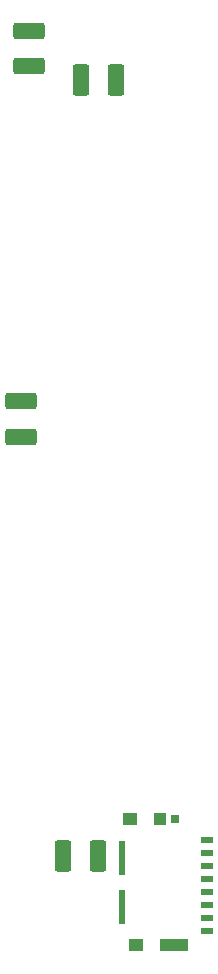
<source format=gbr>
%TF.GenerationSoftware,KiCad,Pcbnew,(6.0.2)*%
%TF.CreationDate,2022-04-05T14:05:54-06:00*%
%TF.ProjectId,F4_THTV1,46345f54-4854-4563-912e-6b696361645f,rev?*%
%TF.SameCoordinates,Original*%
%TF.FileFunction,Paste,Top*%
%TF.FilePolarity,Positive*%
%FSLAX46Y46*%
G04 Gerber Fmt 4.6, Leading zero omitted, Abs format (unit mm)*
G04 Created by KiCad (PCBNEW (6.0.2)) date 2022-04-05 14:05:54*
%MOMM*%
%LPD*%
G01*
G04 APERTURE LIST*
G04 Aperture macros list*
%AMRoundRect*
0 Rectangle with rounded corners*
0 $1 Rounding radius*
0 $2 $3 $4 $5 $6 $7 $8 $9 X,Y pos of 4 corners*
0 Add a 4 corners polygon primitive as box body*
4,1,4,$2,$3,$4,$5,$6,$7,$8,$9,$2,$3,0*
0 Add four circle primitives for the rounded corners*
1,1,$1+$1,$2,$3*
1,1,$1+$1,$4,$5*
1,1,$1+$1,$6,$7*
1,1,$1+$1,$8,$9*
0 Add four rect primitives between the rounded corners*
20,1,$1+$1,$2,$3,$4,$5,0*
20,1,$1+$1,$4,$5,$6,$7,0*
20,1,$1+$1,$6,$7,$8,$9,0*
20,1,$1+$1,$8,$9,$2,$3,0*%
G04 Aperture macros list end*
%ADD10RoundRect,0.250001X0.462499X1.074999X-0.462499X1.074999X-0.462499X-1.074999X0.462499X-1.074999X0*%
%ADD11RoundRect,0.250001X-1.074999X0.462499X-1.074999X-0.462499X1.074999X-0.462499X1.074999X0.462499X0*%
%ADD12R,0.550000X2.910000*%
%ADD13R,1.000000X0.500000*%
%ADD14R,0.780000X0.720000*%
%ADD15R,1.200000X1.050000*%
%ADD16R,2.390000X1.050000*%
%ADD17R,1.080000X1.050000*%
%ADD18RoundRect,0.250001X1.074999X-0.462499X1.074999X0.462499X-1.074999X0.462499X-1.074999X-0.462499X0*%
G04 APERTURE END LIST*
D10*
%TO.C,C2*%
X130746500Y-74676000D03*
X127771500Y-74676000D03*
%TD*%
D11*
%TO.C,C3*%
X122682000Y-101854000D03*
X122682000Y-104829000D03*
%TD*%
D12*
%TO.C,J5*%
X131209000Y-144656000D03*
X131209000Y-140466000D03*
D13*
X138444000Y-138961000D03*
X138444000Y-140061000D03*
X138444000Y-141161000D03*
X138444000Y-142261000D03*
X138444000Y-143361000D03*
X138444000Y-144461000D03*
X138444000Y-145561000D03*
X138444000Y-146661000D03*
D14*
X135764000Y-137201000D03*
D15*
X132454000Y-147836000D03*
D16*
X135639000Y-147836000D03*
D15*
X131884000Y-137191000D03*
D17*
X134494000Y-137201000D03*
%TD*%
D18*
%TO.C,C1*%
X123380500Y-73469500D03*
X123380500Y-70494500D03*
%TD*%
D10*
%TO.C,C4*%
X129186000Y-140335000D03*
X126211000Y-140335000D03*
%TD*%
M02*

</source>
